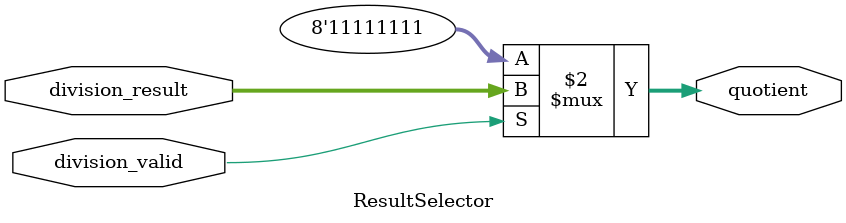
<source format=sv>
module Div1(
    input [7:0] dividend,
    input [7:0] divisor,
    output [7:0] quotient
);

    wire [7:0] valid_divisor;
    wire division_valid;
    wire [7:0] division_result;

    DivisorValidator div_validator(
        .divisor(divisor),
        .valid_divisor(valid_divisor),
        .division_valid(division_valid)
    );

    NonRestoringDivider div_core(
        .dividend(dividend),
        .divisor(valid_divisor),
        .quotient(division_result)
    );

    ResultSelector result_selector(
        .division_result(division_result),
        .division_valid(division_valid),
        .quotient(quotient)
    );

endmodule

module DivisorValidator(
    input [7:0] divisor,
    output [7:0] valid_divisor,
    output division_valid
);

    assign division_valid = (divisor != 8'h0);
    assign valid_divisor = (divisor == 8'h0) ? 8'h1 : divisor;

endmodule

module NonRestoringDivider(
    input [7:0] dividend,
    input [7:0] divisor,
    output [7:0] quotient
);

    reg [7:0] q;
    reg [8:0] r;
    reg [7:0] d;
    integer i;

    always @(*) begin
        q = 0;
        r = {1'b0, dividend};
        d = divisor;
        
        for(i = 0; i < 8; i = i + 1) begin
            if(r[8] == 0) begin
                r = {r[7:0], 1'b0} - {1'b0, d};
                q = {q[6:0], 1'b1};
            end else begin
                r = {r[7:0], 1'b0} + {1'b0, d};
                q = {q[6:0], 1'b0};
            end
        end
        
        if(r[8] == 1) begin
            r = r + {1'b0, d};
        end
    end

    assign quotient = q;

endmodule

module ResultSelector(
    input [7:0] division_result,
    input division_valid,
    output [7:0] quotient
);

    assign quotient = division_valid ? division_result : 8'hFF;

endmodule
</source>
